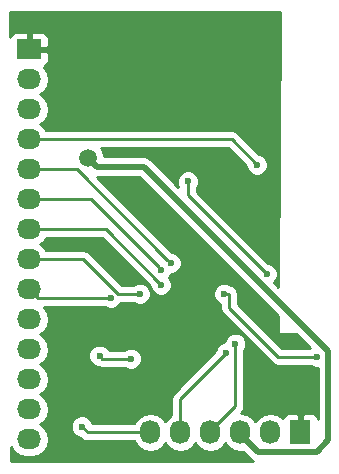
<source format=gbr>
G04 #@! TF.FileFunction,Copper,L2,Bot,Signal*
%FSLAX46Y46*%
G04 Gerber Fmt 4.6, Leading zero omitted, Abs format (unit mm)*
G04 Created by KiCad (PCBNEW (2015-06-25 BZR 5821)-product) date Tue 19 Apr 2016 11:43:48 CEST*
%MOMM*%
G01*
G04 APERTURE LIST*
%ADD10C,0.100000*%
%ADD11R,1.727200X2.032000*%
%ADD12O,1.727200X2.032000*%
%ADD13R,2.032000X1.727200*%
%ADD14O,2.032000X1.727200*%
%ADD15C,1.500000*%
%ADD16C,0.600000*%
%ADD17C,0.500000*%
%ADD18C,0.250000*%
%ADD19C,0.254000*%
G04 APERTURE END LIST*
D10*
D11*
X135359000Y-137850000D03*
D12*
X132819000Y-137850000D03*
X130279000Y-137850000D03*
X127739000Y-137850000D03*
X125199000Y-137850000D03*
X122659000Y-137850000D03*
D13*
X112395000Y-105410000D03*
D14*
X112395000Y-107950000D03*
X112395000Y-110490000D03*
X112395000Y-113030000D03*
X112395000Y-115570000D03*
X112395000Y-118110000D03*
X112395000Y-120650000D03*
X112395000Y-123190000D03*
X112395000Y-125730000D03*
X112395000Y-128270000D03*
X112395000Y-130810000D03*
X112395000Y-133350000D03*
X112395000Y-135890000D03*
X112395000Y-138430000D03*
D15*
X117359000Y-114600000D03*
D16*
X116859000Y-137350000D03*
X128905000Y-126111000D03*
X136779000Y-131445000D03*
X123571000Y-125349000D03*
X118359000Y-131350000D03*
X121018011Y-131600000D03*
X131699000Y-115189000D03*
X129859000Y-130350000D03*
X129109000Y-131100000D03*
X124390696Y-123513306D03*
X123571000Y-124079000D03*
X121793000Y-126111000D03*
X119327895Y-126457122D03*
X132521259Y-124437741D03*
X125859000Y-116600000D03*
D17*
X117359000Y-114600000D02*
X118108999Y-115349999D01*
X122090001Y-115349999D02*
X137729001Y-130988999D01*
X118108999Y-115349999D02*
X122090001Y-115349999D01*
X137729001Y-138529601D02*
X136742592Y-139516010D01*
X136742592Y-139516010D02*
X131792610Y-139516010D01*
X137729001Y-130988999D02*
X137729001Y-138529601D01*
X131792610Y-139516010D02*
X130279000Y-138002400D01*
X130279000Y-138002400D02*
X130279000Y-137850000D01*
D18*
X122659000Y-137850000D02*
X117359000Y-137850000D01*
X117359000Y-137850000D02*
X116859000Y-137350000D01*
X129329264Y-126111000D02*
X128905000Y-126111000D01*
X136779000Y-131445000D02*
X133477000Y-131445000D01*
X133477000Y-131445000D02*
X129329264Y-127297264D01*
X129329264Y-127297264D02*
X129329264Y-126111000D01*
X112395000Y-120650000D02*
X118872000Y-120650000D01*
X118872000Y-120650000D02*
X123571000Y-125349000D01*
X121018011Y-131600000D02*
X118609000Y-131600000D01*
X118609000Y-131600000D02*
X118359000Y-131350000D01*
X112395000Y-113030000D02*
X129540000Y-113030000D01*
X129540000Y-113030000D02*
X131699000Y-115189000D01*
X129859000Y-130774264D02*
X129859000Y-130350000D01*
X129859000Y-135577600D02*
X129859000Y-130774264D01*
X127739000Y-137697600D02*
X129859000Y-135577600D01*
X127739000Y-137850000D02*
X127739000Y-137697600D01*
X128809001Y-131399999D02*
X129109000Y-131100000D01*
X125199000Y-137850000D02*
X125199000Y-135010000D01*
X125199000Y-135010000D02*
X128809001Y-131399999D01*
X116447390Y-115570000D02*
X124090697Y-123213307D01*
X124090697Y-123213307D02*
X124390696Y-123513306D01*
X112395000Y-115570000D02*
X116447390Y-115570000D01*
X117602000Y-118110000D02*
X123271001Y-123779001D01*
X112395000Y-118110000D02*
X117602000Y-118110000D01*
X123271001Y-123779001D02*
X123571000Y-124079000D01*
X113661000Y-123190000D02*
X112395000Y-123190000D01*
X116985775Y-123190000D02*
X113661000Y-123190000D01*
X119906775Y-126111000D02*
X116985775Y-123190000D01*
X121793000Y-126111000D02*
X119906775Y-126111000D01*
X119327895Y-126457122D02*
X113122122Y-126457122D01*
X113122122Y-126457122D02*
X112395000Y-125730000D01*
X125859000Y-116600000D02*
X125859000Y-117775482D01*
X125859000Y-117775482D02*
X132521259Y-124437741D01*
D19*
G36*
X133483623Y-127995201D02*
X133477001Y-129412407D01*
X133477058Y-129412704D01*
X133477000Y-129413000D01*
X133481764Y-129436951D01*
X133486441Y-129461052D01*
X133486608Y-129461304D01*
X133486667Y-129461601D01*
X133500262Y-129481948D01*
X133513778Y-129502382D01*
X133514028Y-129502551D01*
X133514197Y-129502803D01*
X133534526Y-129516386D01*
X133554851Y-129530105D01*
X133555148Y-129530165D01*
X133555399Y-129530333D01*
X133579339Y-129535094D01*
X133603407Y-129539999D01*
X133603704Y-129539941D01*
X133604000Y-129540000D01*
X135028423Y-129540000D01*
X136173423Y-130685000D01*
X133791803Y-130685000D01*
X130089264Y-126982462D01*
X130089264Y-126111000D01*
X130031412Y-125820161D01*
X129866665Y-125573599D01*
X129620103Y-125408852D01*
X129501704Y-125385301D01*
X129435327Y-125318808D01*
X129091799Y-125176162D01*
X128719833Y-125175838D01*
X128376057Y-125317883D01*
X128112808Y-125580673D01*
X127970162Y-125924201D01*
X127969838Y-126296167D01*
X128111883Y-126639943D01*
X128374673Y-126903192D01*
X128569264Y-126983994D01*
X128569264Y-127297264D01*
X128627116Y-127588103D01*
X128791863Y-127834665D01*
X132939599Y-131982402D01*
X133186161Y-132147148D01*
X133477000Y-132205000D01*
X136216537Y-132205000D01*
X136248673Y-132237192D01*
X136592201Y-132379838D01*
X136844001Y-132380057D01*
X136844001Y-136674860D01*
X136760927Y-136474302D01*
X136582299Y-136295673D01*
X136348910Y-136199000D01*
X135644750Y-136199000D01*
X135486000Y-136357750D01*
X135486000Y-137723000D01*
X135506000Y-137723000D01*
X135506000Y-137977000D01*
X135486000Y-137977000D01*
X135486000Y-137997000D01*
X135232000Y-137997000D01*
X135232000Y-137977000D01*
X135212000Y-137977000D01*
X135212000Y-137723000D01*
X135232000Y-137723000D01*
X135232000Y-136357750D01*
X135073250Y-136199000D01*
X134369090Y-136199000D01*
X134135701Y-136295673D01*
X133957073Y-136474302D01*
X133893500Y-136627780D01*
X133878670Y-136605585D01*
X133392489Y-136280729D01*
X132819000Y-136166655D01*
X132245511Y-136280729D01*
X131759330Y-136605585D01*
X131549000Y-136920366D01*
X131338670Y-136605585D01*
X130852489Y-136280729D01*
X130333839Y-136177563D01*
X130396401Y-136115001D01*
X130561148Y-135868439D01*
X130619000Y-135577600D01*
X130619000Y-130912463D01*
X130651192Y-130880327D01*
X130793838Y-130536799D01*
X130794162Y-130164833D01*
X130652117Y-129821057D01*
X130389327Y-129557808D01*
X130045799Y-129415162D01*
X129673833Y-129414838D01*
X129330057Y-129556883D01*
X129066808Y-129819673D01*
X128924162Y-130163201D01*
X128924161Y-130164838D01*
X128923833Y-130164838D01*
X128580057Y-130306883D01*
X128316808Y-130569673D01*
X128174162Y-130913201D01*
X128174121Y-130960077D01*
X124661599Y-134472599D01*
X124496852Y-134719161D01*
X124439000Y-135010000D01*
X124439000Y-136405352D01*
X124139330Y-136605585D01*
X123929000Y-136920366D01*
X123718670Y-136605585D01*
X123232489Y-136280729D01*
X122659000Y-136166655D01*
X122085511Y-136280729D01*
X121599330Y-136605585D01*
X121275654Y-137090000D01*
X117763242Y-137090000D01*
X117652117Y-136821057D01*
X117389327Y-136557808D01*
X117045799Y-136415162D01*
X116673833Y-136414838D01*
X116330057Y-136556883D01*
X116066808Y-136819673D01*
X115924162Y-137163201D01*
X115923838Y-137535167D01*
X116065883Y-137878943D01*
X116328673Y-138142192D01*
X116672201Y-138284838D01*
X116719077Y-138284879D01*
X116821599Y-138387401D01*
X117068161Y-138552148D01*
X117359000Y-138610000D01*
X121275654Y-138610000D01*
X121599330Y-139094415D01*
X122085511Y-139419271D01*
X122659000Y-139533345D01*
X123232489Y-139419271D01*
X123718670Y-139094415D01*
X123929000Y-138779634D01*
X124139330Y-139094415D01*
X124625511Y-139419271D01*
X125199000Y-139533345D01*
X125772489Y-139419271D01*
X126258670Y-139094415D01*
X126469000Y-138779634D01*
X126679330Y-139094415D01*
X127165511Y-139419271D01*
X127739000Y-139533345D01*
X128312489Y-139419271D01*
X128798670Y-139094415D01*
X129009000Y-138779634D01*
X129219330Y-139094415D01*
X129705511Y-139419271D01*
X130279000Y-139533345D01*
X130512016Y-139486995D01*
X131166818Y-140141797D01*
X131166820Y-140141800D01*
X131381135Y-140285000D01*
X110889801Y-140285000D01*
X110885260Y-139092583D01*
X111150585Y-139489670D01*
X111636766Y-139814526D01*
X112210255Y-139928600D01*
X112579745Y-139928600D01*
X113153234Y-139814526D01*
X113639415Y-139489670D01*
X113964271Y-139003489D01*
X114078345Y-138430000D01*
X113964271Y-137856511D01*
X113639415Y-137370330D01*
X113324634Y-137160000D01*
X113639415Y-136949670D01*
X113964271Y-136463489D01*
X114078345Y-135890000D01*
X113964271Y-135316511D01*
X113639415Y-134830330D01*
X113324634Y-134620000D01*
X113639415Y-134409670D01*
X113964271Y-133923489D01*
X114078345Y-133350000D01*
X113964271Y-132776511D01*
X113639415Y-132290330D01*
X113324634Y-132080000D01*
X113639415Y-131869670D01*
X113964271Y-131383489D01*
X114078345Y-130810000D01*
X114027997Y-130556883D01*
X117830057Y-130556883D01*
X117566808Y-130819673D01*
X117424162Y-131163201D01*
X117423838Y-131535167D01*
X117565883Y-131878943D01*
X117828673Y-132142192D01*
X118172201Y-132284838D01*
X118292410Y-132284943D01*
X118318160Y-132302148D01*
X118609000Y-132360000D01*
X120455548Y-132360000D01*
X120487684Y-132392192D01*
X120831212Y-132534838D01*
X121203178Y-132535162D01*
X121546954Y-132393117D01*
X121810203Y-132130327D01*
X121952849Y-131786799D01*
X121953173Y-131414833D01*
X121811128Y-131071057D01*
X121548338Y-130807808D01*
X121204810Y-130665162D01*
X120832844Y-130664838D01*
X120489068Y-130806883D01*
X120455893Y-130840000D01*
X119159944Y-130840000D01*
X119152117Y-130821057D01*
X118889327Y-130557808D01*
X118545799Y-130415162D01*
X118173833Y-130414838D01*
X117830057Y-130556883D01*
X114027997Y-130556883D01*
X113964271Y-130236511D01*
X113639415Y-129750330D01*
X113324634Y-129540000D01*
X113639415Y-129329670D01*
X113964271Y-128843489D01*
X114078345Y-128270000D01*
X113964271Y-127696511D01*
X113643953Y-127217122D01*
X118765432Y-127217122D01*
X118797568Y-127249314D01*
X119141096Y-127391960D01*
X119513062Y-127392284D01*
X119856838Y-127250239D01*
X120120087Y-126987449D01*
X120168441Y-126871000D01*
X121230537Y-126871000D01*
X121262673Y-126903192D01*
X121606201Y-127045838D01*
X121978167Y-127046162D01*
X122321943Y-126904117D01*
X122585192Y-126641327D01*
X122727838Y-126297799D01*
X122728162Y-125925833D01*
X122586117Y-125582057D01*
X122323327Y-125318808D01*
X121979799Y-125176162D01*
X121607833Y-125175838D01*
X121264057Y-125317883D01*
X121230882Y-125351000D01*
X120221577Y-125351000D01*
X117523176Y-122652599D01*
X117276614Y-122487852D01*
X116985775Y-122430000D01*
X113839648Y-122430000D01*
X113639415Y-122130330D01*
X113324634Y-121920000D01*
X113639415Y-121709670D01*
X113839648Y-121410000D01*
X118557198Y-121410000D01*
X122635878Y-125488680D01*
X122635838Y-125534167D01*
X122777883Y-125877943D01*
X123040673Y-126141192D01*
X123384201Y-126283838D01*
X123756167Y-126284162D01*
X124099943Y-126142117D01*
X124363192Y-125879327D01*
X124505838Y-125535799D01*
X124506162Y-125163833D01*
X124364117Y-124820057D01*
X124258290Y-124714046D01*
X124363192Y-124609327D01*
X124430040Y-124448341D01*
X124575863Y-124448468D01*
X124919639Y-124306423D01*
X125182888Y-124043633D01*
X125325534Y-123700105D01*
X125325858Y-123328139D01*
X125183813Y-122984363D01*
X124921023Y-122721114D01*
X124577495Y-122578468D01*
X124530619Y-122578427D01*
X118187191Y-116234999D01*
X121723421Y-116234999D01*
X133483623Y-127995201D01*
X133483623Y-127995201D01*
G37*
X133483623Y-127995201D02*
X133477001Y-129412407D01*
X133477058Y-129412704D01*
X133477000Y-129413000D01*
X133481764Y-129436951D01*
X133486441Y-129461052D01*
X133486608Y-129461304D01*
X133486667Y-129461601D01*
X133500262Y-129481948D01*
X133513778Y-129502382D01*
X133514028Y-129502551D01*
X133514197Y-129502803D01*
X133534526Y-129516386D01*
X133554851Y-129530105D01*
X133555148Y-129530165D01*
X133555399Y-129530333D01*
X133579339Y-129535094D01*
X133603407Y-129539999D01*
X133603704Y-129539941D01*
X133604000Y-129540000D01*
X135028423Y-129540000D01*
X136173423Y-130685000D01*
X133791803Y-130685000D01*
X130089264Y-126982462D01*
X130089264Y-126111000D01*
X130031412Y-125820161D01*
X129866665Y-125573599D01*
X129620103Y-125408852D01*
X129501704Y-125385301D01*
X129435327Y-125318808D01*
X129091799Y-125176162D01*
X128719833Y-125175838D01*
X128376057Y-125317883D01*
X128112808Y-125580673D01*
X127970162Y-125924201D01*
X127969838Y-126296167D01*
X128111883Y-126639943D01*
X128374673Y-126903192D01*
X128569264Y-126983994D01*
X128569264Y-127297264D01*
X128627116Y-127588103D01*
X128791863Y-127834665D01*
X132939599Y-131982402D01*
X133186161Y-132147148D01*
X133477000Y-132205000D01*
X136216537Y-132205000D01*
X136248673Y-132237192D01*
X136592201Y-132379838D01*
X136844001Y-132380057D01*
X136844001Y-136674860D01*
X136760927Y-136474302D01*
X136582299Y-136295673D01*
X136348910Y-136199000D01*
X135644750Y-136199000D01*
X135486000Y-136357750D01*
X135486000Y-137723000D01*
X135506000Y-137723000D01*
X135506000Y-137977000D01*
X135486000Y-137977000D01*
X135486000Y-137997000D01*
X135232000Y-137997000D01*
X135232000Y-137977000D01*
X135212000Y-137977000D01*
X135212000Y-137723000D01*
X135232000Y-137723000D01*
X135232000Y-136357750D01*
X135073250Y-136199000D01*
X134369090Y-136199000D01*
X134135701Y-136295673D01*
X133957073Y-136474302D01*
X133893500Y-136627780D01*
X133878670Y-136605585D01*
X133392489Y-136280729D01*
X132819000Y-136166655D01*
X132245511Y-136280729D01*
X131759330Y-136605585D01*
X131549000Y-136920366D01*
X131338670Y-136605585D01*
X130852489Y-136280729D01*
X130333839Y-136177563D01*
X130396401Y-136115001D01*
X130561148Y-135868439D01*
X130619000Y-135577600D01*
X130619000Y-130912463D01*
X130651192Y-130880327D01*
X130793838Y-130536799D01*
X130794162Y-130164833D01*
X130652117Y-129821057D01*
X130389327Y-129557808D01*
X130045799Y-129415162D01*
X129673833Y-129414838D01*
X129330057Y-129556883D01*
X129066808Y-129819673D01*
X128924162Y-130163201D01*
X128924161Y-130164838D01*
X128923833Y-130164838D01*
X128580057Y-130306883D01*
X128316808Y-130569673D01*
X128174162Y-130913201D01*
X128174121Y-130960077D01*
X124661599Y-134472599D01*
X124496852Y-134719161D01*
X124439000Y-135010000D01*
X124439000Y-136405352D01*
X124139330Y-136605585D01*
X123929000Y-136920366D01*
X123718670Y-136605585D01*
X123232489Y-136280729D01*
X122659000Y-136166655D01*
X122085511Y-136280729D01*
X121599330Y-136605585D01*
X121275654Y-137090000D01*
X117763242Y-137090000D01*
X117652117Y-136821057D01*
X117389327Y-136557808D01*
X117045799Y-136415162D01*
X116673833Y-136414838D01*
X116330057Y-136556883D01*
X116066808Y-136819673D01*
X115924162Y-137163201D01*
X115923838Y-137535167D01*
X116065883Y-137878943D01*
X116328673Y-138142192D01*
X116672201Y-138284838D01*
X116719077Y-138284879D01*
X116821599Y-138387401D01*
X117068161Y-138552148D01*
X117359000Y-138610000D01*
X121275654Y-138610000D01*
X121599330Y-139094415D01*
X122085511Y-139419271D01*
X122659000Y-139533345D01*
X123232489Y-139419271D01*
X123718670Y-139094415D01*
X123929000Y-138779634D01*
X124139330Y-139094415D01*
X124625511Y-139419271D01*
X125199000Y-139533345D01*
X125772489Y-139419271D01*
X126258670Y-139094415D01*
X126469000Y-138779634D01*
X126679330Y-139094415D01*
X127165511Y-139419271D01*
X127739000Y-139533345D01*
X128312489Y-139419271D01*
X128798670Y-139094415D01*
X129009000Y-138779634D01*
X129219330Y-139094415D01*
X129705511Y-139419271D01*
X130279000Y-139533345D01*
X130512016Y-139486995D01*
X131166818Y-140141797D01*
X131166820Y-140141800D01*
X131381135Y-140285000D01*
X110889801Y-140285000D01*
X110885260Y-139092583D01*
X111150585Y-139489670D01*
X111636766Y-139814526D01*
X112210255Y-139928600D01*
X112579745Y-139928600D01*
X113153234Y-139814526D01*
X113639415Y-139489670D01*
X113964271Y-139003489D01*
X114078345Y-138430000D01*
X113964271Y-137856511D01*
X113639415Y-137370330D01*
X113324634Y-137160000D01*
X113639415Y-136949670D01*
X113964271Y-136463489D01*
X114078345Y-135890000D01*
X113964271Y-135316511D01*
X113639415Y-134830330D01*
X113324634Y-134620000D01*
X113639415Y-134409670D01*
X113964271Y-133923489D01*
X114078345Y-133350000D01*
X113964271Y-132776511D01*
X113639415Y-132290330D01*
X113324634Y-132080000D01*
X113639415Y-131869670D01*
X113964271Y-131383489D01*
X114078345Y-130810000D01*
X114027997Y-130556883D01*
X117830057Y-130556883D01*
X117566808Y-130819673D01*
X117424162Y-131163201D01*
X117423838Y-131535167D01*
X117565883Y-131878943D01*
X117828673Y-132142192D01*
X118172201Y-132284838D01*
X118292410Y-132284943D01*
X118318160Y-132302148D01*
X118609000Y-132360000D01*
X120455548Y-132360000D01*
X120487684Y-132392192D01*
X120831212Y-132534838D01*
X121203178Y-132535162D01*
X121546954Y-132393117D01*
X121810203Y-132130327D01*
X121952849Y-131786799D01*
X121953173Y-131414833D01*
X121811128Y-131071057D01*
X121548338Y-130807808D01*
X121204810Y-130665162D01*
X120832844Y-130664838D01*
X120489068Y-130806883D01*
X120455893Y-130840000D01*
X119159944Y-130840000D01*
X119152117Y-130821057D01*
X118889327Y-130557808D01*
X118545799Y-130415162D01*
X118173833Y-130414838D01*
X117830057Y-130556883D01*
X114027997Y-130556883D01*
X113964271Y-130236511D01*
X113639415Y-129750330D01*
X113324634Y-129540000D01*
X113639415Y-129329670D01*
X113964271Y-128843489D01*
X114078345Y-128270000D01*
X113964271Y-127696511D01*
X113643953Y-127217122D01*
X118765432Y-127217122D01*
X118797568Y-127249314D01*
X119141096Y-127391960D01*
X119513062Y-127392284D01*
X119856838Y-127250239D01*
X120120087Y-126987449D01*
X120168441Y-126871000D01*
X121230537Y-126871000D01*
X121262673Y-126903192D01*
X121606201Y-127045838D01*
X121978167Y-127046162D01*
X122321943Y-126904117D01*
X122585192Y-126641327D01*
X122727838Y-126297799D01*
X122728162Y-125925833D01*
X122586117Y-125582057D01*
X122323327Y-125318808D01*
X121979799Y-125176162D01*
X121607833Y-125175838D01*
X121264057Y-125317883D01*
X121230882Y-125351000D01*
X120221577Y-125351000D01*
X117523176Y-122652599D01*
X117276614Y-122487852D01*
X116985775Y-122430000D01*
X113839648Y-122430000D01*
X113639415Y-122130330D01*
X113324634Y-121920000D01*
X113639415Y-121709670D01*
X113839648Y-121410000D01*
X118557198Y-121410000D01*
X122635878Y-125488680D01*
X122635838Y-125534167D01*
X122777883Y-125877943D01*
X123040673Y-126141192D01*
X123384201Y-126283838D01*
X123756167Y-126284162D01*
X124099943Y-126142117D01*
X124363192Y-125879327D01*
X124505838Y-125535799D01*
X124506162Y-125163833D01*
X124364117Y-124820057D01*
X124258290Y-124714046D01*
X124363192Y-124609327D01*
X124430040Y-124448341D01*
X124575863Y-124448468D01*
X124919639Y-124306423D01*
X125182888Y-124043633D01*
X125325534Y-123700105D01*
X125325858Y-123328139D01*
X125183813Y-122984363D01*
X124921023Y-122721114D01*
X124577495Y-122578468D01*
X124530619Y-122578427D01*
X118187191Y-116234999D01*
X121723421Y-116234999D01*
X133483623Y-127995201D01*
G36*
X133495266Y-125503685D02*
X133136396Y-125144814D01*
X133313451Y-124968068D01*
X133456097Y-124624540D01*
X133456421Y-124252574D01*
X133314376Y-123908798D01*
X133051586Y-123645549D01*
X132708058Y-123502903D01*
X132661182Y-123502862D01*
X126619000Y-117460680D01*
X126619000Y-117162463D01*
X126651192Y-117130327D01*
X126793838Y-116786799D01*
X126794162Y-116414833D01*
X126652117Y-116071057D01*
X126389327Y-115807808D01*
X126045799Y-115665162D01*
X125673833Y-115664838D01*
X125330057Y-115806883D01*
X125066808Y-116069673D01*
X124924162Y-116413201D01*
X124923838Y-116785167D01*
X125027408Y-117035826D01*
X122715791Y-114724209D01*
X122617709Y-114658673D01*
X122428676Y-114532366D01*
X122372485Y-114521189D01*
X122090001Y-114464998D01*
X122089996Y-114464999D01*
X118744118Y-114464999D01*
X118744240Y-114325715D01*
X118533831Y-113816485D01*
X118507392Y-113790000D01*
X129225198Y-113790000D01*
X130763878Y-115328680D01*
X130763838Y-115374167D01*
X130905883Y-115717943D01*
X131168673Y-115981192D01*
X131512201Y-116123838D01*
X131884167Y-116124162D01*
X132227943Y-115982117D01*
X132491192Y-115719327D01*
X132633838Y-115375799D01*
X132634162Y-115003833D01*
X132492117Y-114660057D01*
X132229327Y-114396808D01*
X131885799Y-114254162D01*
X131838923Y-114254121D01*
X130077401Y-112492599D01*
X129830839Y-112327852D01*
X129540000Y-112270000D01*
X113839648Y-112270000D01*
X113639415Y-111970330D01*
X113324634Y-111760000D01*
X113639415Y-111549670D01*
X113964271Y-111063489D01*
X114078345Y-110490000D01*
X113964271Y-109916511D01*
X113639415Y-109430330D01*
X113324634Y-109220000D01*
X113639415Y-109009670D01*
X113964271Y-108523489D01*
X114078345Y-107950000D01*
X113964271Y-107376511D01*
X113639415Y-106890330D01*
X113617220Y-106875500D01*
X113770698Y-106811927D01*
X113949327Y-106633299D01*
X114046000Y-106399910D01*
X114046000Y-105695750D01*
X113887250Y-105537000D01*
X112522000Y-105537000D01*
X112522000Y-105557000D01*
X112268000Y-105557000D01*
X112268000Y-105537000D01*
X112248000Y-105537000D01*
X112248000Y-105283000D01*
X112268000Y-105283000D01*
X112268000Y-104070150D01*
X112109250Y-103911400D01*
X112680750Y-103911400D01*
X112522000Y-104070150D01*
X112522000Y-105283000D01*
X113887250Y-105283000D01*
X114046000Y-105124250D01*
X114046000Y-104420090D01*
X113949327Y-104186701D01*
X113770698Y-104008073D01*
X113537309Y-103911400D01*
X112680750Y-103911400D01*
X112109250Y-103911400D01*
X112109250Y-103911400D01*
X111252691Y-103911400D01*
X111019302Y-104008073D01*
X110840673Y-104186701D01*
X110753133Y-104398041D01*
X110745086Y-102285000D01*
X133603765Y-102285000D01*
X133495266Y-125503685D01*
X133495266Y-125503685D01*
G37*
X133495266Y-125503685D02*
X133136396Y-125144814D01*
X133313451Y-124968068D01*
X133456097Y-124624540D01*
X133456421Y-124252574D01*
X133314376Y-123908798D01*
X133051586Y-123645549D01*
X132708058Y-123502903D01*
X132661182Y-123502862D01*
X126619000Y-117460680D01*
X126619000Y-117162463D01*
X126651192Y-117130327D01*
X126793838Y-116786799D01*
X126794162Y-116414833D01*
X126652117Y-116071057D01*
X126389327Y-115807808D01*
X126045799Y-115665162D01*
X125673833Y-115664838D01*
X125330057Y-115806883D01*
X125066808Y-116069673D01*
X124924162Y-116413201D01*
X124923838Y-116785167D01*
X125027408Y-117035826D01*
X122715791Y-114724209D01*
X122617709Y-114658673D01*
X122428676Y-114532366D01*
X122372485Y-114521189D01*
X122090001Y-114464998D01*
X122089996Y-114464999D01*
X118744118Y-114464999D01*
X118744240Y-114325715D01*
X118533831Y-113816485D01*
X118507392Y-113790000D01*
X129225198Y-113790000D01*
X130763878Y-115328680D01*
X130763838Y-115374167D01*
X130905883Y-115717943D01*
X131168673Y-115981192D01*
X131512201Y-116123838D01*
X131884167Y-116124162D01*
X132227943Y-115982117D01*
X132491192Y-115719327D01*
X132633838Y-115375799D01*
X132634162Y-115003833D01*
X132492117Y-114660057D01*
X132229327Y-114396808D01*
X131885799Y-114254162D01*
X131838923Y-114254121D01*
X130077401Y-112492599D01*
X129830839Y-112327852D01*
X129540000Y-112270000D01*
X113839648Y-112270000D01*
X113639415Y-111970330D01*
X113324634Y-111760000D01*
X113639415Y-111549670D01*
X113964271Y-111063489D01*
X114078345Y-110490000D01*
X113964271Y-109916511D01*
X113639415Y-109430330D01*
X113324634Y-109220000D01*
X113639415Y-109009670D01*
X113964271Y-108523489D01*
X114078345Y-107950000D01*
X113964271Y-107376511D01*
X113639415Y-106890330D01*
X113617220Y-106875500D01*
X113770698Y-106811927D01*
X113949327Y-106633299D01*
X114046000Y-106399910D01*
X114046000Y-105695750D01*
X113887250Y-105537000D01*
X112522000Y-105537000D01*
X112522000Y-105557000D01*
X112268000Y-105557000D01*
X112268000Y-105537000D01*
X112248000Y-105537000D01*
X112248000Y-105283000D01*
X112268000Y-105283000D01*
X112268000Y-104070150D01*
X112109250Y-103911400D01*
X112680750Y-103911400D01*
X112522000Y-104070150D01*
X112522000Y-105283000D01*
X113887250Y-105283000D01*
X114046000Y-105124250D01*
X114046000Y-104420090D01*
X113949327Y-104186701D01*
X113770698Y-104008073D01*
X113537309Y-103911400D01*
X112680750Y-103911400D01*
X112109250Y-103911400D01*
X112109250Y-103911400D01*
X111252691Y-103911400D01*
X111019302Y-104008073D01*
X110840673Y-104186701D01*
X110753133Y-104398041D01*
X110745086Y-102285000D01*
X133603765Y-102285000D01*
X133495266Y-125503685D01*
M02*

</source>
